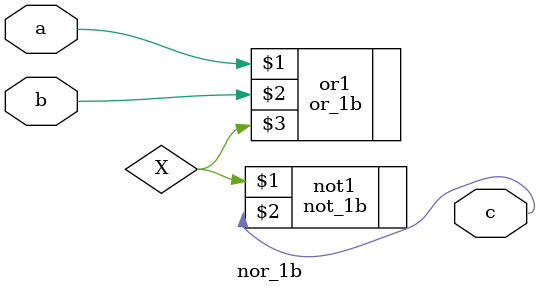
<source format=v>
`timescale 1ns / 1ps
module nor_1b(
	input a, b,
	output c
);
wire X;
or_1b or1(a, b, X);
not_1b not1(X, c);

endmodule

</source>
